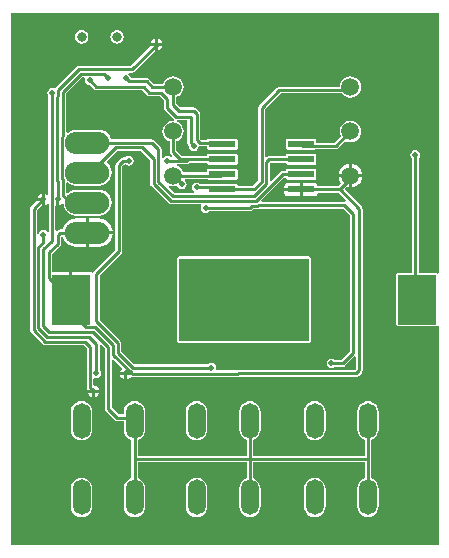
<source format=gbl>
G04 Layer_Physical_Order=2*
G04 Layer_Color=16711680*
%FSLAX44Y44*%
%MOMM*%
G71*
G01*
G75*
%ADD15C,0.2540*%
%ADD16C,0.8001*%
%ADD17O,1.5000X3.0000*%
%ADD18O,3.7592X1.8796*%
%ADD19C,0.5000*%
G04:AMPARAMS|DCode=20|XSize=1.5001mm|YSize=1.5001mm|CornerRadius=0.7501mm|HoleSize=0mm|Usage=FLASHONLY|Rotation=90.000|XOffset=0mm|YOffset=0mm|HoleType=Round|Shape=RoundedRectangle|*
%AMROUNDEDRECTD20*
21,1,1.5001,0.0000,0,0,90.0*
21,1,0.0000,1.5001,0,0,90.0*
1,1,1.5001,0.0000,0.0000*
1,1,1.5001,0.0000,0.0000*
1,1,1.5001,0.0000,0.0000*
1,1,1.5001,0.0000,0.0000*
%
%ADD20ROUNDEDRECTD20*%
%ADD21R,3.1999X4.1999*%
%ADD22R,11.0000X7.0000*%
%ADD23R,2.2860X0.5999*%
G04:AMPARAMS|DCode=24|XSize=1.5001mm|YSize=1.5001mm|CornerRadius=0.7501mm|HoleSize=0mm|Usage=FLASHONLY|Rotation=0.000|XOffset=0mm|YOffset=0mm|HoleType=Round|Shape=RoundedRectangle|*
%AMROUNDEDRECTD24*
21,1,1.5001,0.0000,0,0,0.0*
21,1,0.0000,1.5001,0,0,0.0*
1,1,1.5001,0.0000,0.0000*
1,1,1.5001,0.0000,0.0000*
1,1,1.5001,0.0000,0.0000*
1,1,1.5001,0.0000,0.0000*
%
%ADD24ROUNDEDRECTD24*%
G36*
X362500Y229763D02*
X361230Y229510D01*
X361166Y229666D01*
X359999Y230149D01*
X345349D01*
Y327064D01*
X345401Y327099D01*
X346291Y328430D01*
X346603Y330000D01*
X346291Y331570D01*
X345401Y332901D01*
X344070Y333791D01*
X342500Y334103D01*
X340930Y333791D01*
X339599Y332901D01*
X338709Y331570D01*
X338397Y330000D01*
X338709Y328430D01*
X339599Y327099D01*
X339651Y327064D01*
Y230149D01*
X328000D01*
X326834Y229666D01*
X326351Y228499D01*
Y186500D01*
X326834Y185334D01*
X328000Y184851D01*
X359999D01*
X361166Y185334D01*
X361230Y185490D01*
X362500Y185237D01*
Y0D01*
X0D01*
Y450000D01*
X362500D01*
Y229763D01*
D02*
G37*
%LPC*%
G36*
X74886Y128730D02*
X71270D01*
Y125114D01*
X71967Y125252D01*
X73634Y126366D01*
X74748Y128034D01*
X74886Y128730D01*
D02*
G37*
G36*
X68730D02*
X65114D01*
X65252Y128034D01*
X66366Y126366D01*
X68033Y125252D01*
X68730Y125114D01*
Y128730D01*
D02*
G37*
G36*
X96230Y143730D02*
X92614D01*
X92752Y143034D01*
X93866Y141366D01*
X95534Y140252D01*
X96230Y140114D01*
Y143730D01*
D02*
G37*
G36*
X26230Y297386D02*
X25533Y297248D01*
X23866Y296134D01*
X22752Y294466D01*
X22614Y293770D01*
X26230D01*
Y297386D01*
D02*
G37*
G36*
X244530Y299680D02*
X231780D01*
Y297950D01*
X231977Y296959D01*
X232538Y296119D01*
X233379Y295557D01*
X234370Y295360D01*
X244530D01*
Y299680D01*
D02*
G37*
G36*
X257501Y56603D02*
X255145Y56292D01*
X252950Y55383D01*
X251065Y53937D01*
X249618Y52052D01*
X248709Y49856D01*
X248399Y47501D01*
Y32501D01*
X248709Y30145D01*
X249618Y27950D01*
X251065Y26065D01*
X252950Y24618D01*
X255145Y23709D01*
X257501Y23399D01*
X259856Y23709D01*
X262052Y24618D01*
X263937Y26065D01*
X265383Y27950D01*
X266292Y30145D01*
X266602Y32501D01*
Y47501D01*
X266292Y49856D01*
X265383Y52052D01*
X263937Y53937D01*
X262052Y55383D01*
X259856Y56292D01*
X257501Y56603D01*
D02*
G37*
G36*
X157501D02*
X155145Y56292D01*
X152950Y55383D01*
X151065Y53937D01*
X149618Y52052D01*
X148709Y49856D01*
X148399Y47501D01*
Y32501D01*
X148709Y30145D01*
X149618Y27950D01*
X151065Y26065D01*
X152950Y24618D01*
X155145Y23709D01*
X157501Y23399D01*
X159856Y23709D01*
X162052Y24618D01*
X163937Y26065D01*
X165383Y27950D01*
X166292Y30145D01*
X166602Y32501D01*
Y47501D01*
X166292Y49856D01*
X165383Y52052D01*
X163937Y53937D01*
X162052Y55383D01*
X159856Y56292D01*
X157501Y56603D01*
D02*
G37*
G36*
X60001D02*
X57645Y56292D01*
X55450Y55383D01*
X53565Y53937D01*
X52118Y52052D01*
X51209Y49856D01*
X50899Y47501D01*
Y32501D01*
X51209Y30145D01*
X52118Y27950D01*
X53565Y26065D01*
X55450Y24618D01*
X57645Y23709D01*
X60001Y23399D01*
X62356Y23709D01*
X64552Y24618D01*
X66437Y26065D01*
X67883Y27950D01*
X68792Y30145D01*
X69103Y32501D01*
Y47501D01*
X68792Y49856D01*
X67883Y52052D01*
X66437Y53937D01*
X64552Y55383D01*
X62356Y56292D01*
X60001Y56603D01*
D02*
G37*
G36*
X257501Y121601D02*
X255145Y121291D01*
X252950Y120382D01*
X251065Y118935D01*
X249618Y117050D01*
X248709Y114855D01*
X248399Y112499D01*
Y97499D01*
X248709Y95144D01*
X249618Y92948D01*
X251065Y91063D01*
X252950Y89617D01*
X255145Y88708D01*
X257501Y88398D01*
X259856Y88708D01*
X262052Y89617D01*
X263937Y91063D01*
X265383Y92948D01*
X266292Y95144D01*
X266602Y97499D01*
Y112499D01*
X266292Y114855D01*
X265383Y117050D01*
X263937Y118935D01*
X262052Y120382D01*
X259856Y121291D01*
X257501Y121601D01*
D02*
G37*
G36*
X157501D02*
X155145Y121291D01*
X152950Y120382D01*
X151065Y118935D01*
X149618Y117050D01*
X148709Y114855D01*
X148399Y112499D01*
Y97499D01*
X148709Y95144D01*
X149618Y92948D01*
X151065Y91063D01*
X152950Y89617D01*
X155145Y88708D01*
X157501Y88398D01*
X159856Y88708D01*
X162052Y89617D01*
X163937Y91063D01*
X165383Y92948D01*
X166292Y95144D01*
X166602Y97499D01*
Y112499D01*
X166292Y114855D01*
X165383Y117050D01*
X163937Y118935D01*
X162052Y120382D01*
X159856Y121291D01*
X157501Y121601D01*
D02*
G37*
G36*
X60001D02*
X57645Y121291D01*
X55450Y120382D01*
X53565Y118935D01*
X52118Y117050D01*
X51209Y114855D01*
X50899Y112499D01*
Y97499D01*
X51209Y95144D01*
X52118Y92948D01*
X53565Y91063D01*
X55450Y89617D01*
X57645Y88708D01*
X60001Y88398D01*
X62356Y88708D01*
X64552Y89617D01*
X66437Y91063D01*
X67883Y92948D01*
X68792Y95144D01*
X69103Y97499D01*
Y112499D01*
X68792Y114855D01*
X67883Y117050D01*
X66437Y118935D01*
X64552Y120382D01*
X62356Y121291D01*
X60001Y121601D01*
D02*
G37*
G36*
X244530Y306539D02*
X234370D01*
X233379Y306342D01*
X232538Y305781D01*
X231977Y304940D01*
X231780Y303950D01*
Y302220D01*
X244530D01*
Y306539D01*
D02*
G37*
G36*
X128386Y422230D02*
X124770D01*
Y418614D01*
X125466Y418752D01*
X127134Y419866D01*
X128248Y421534D01*
X128386Y422230D01*
D02*
G37*
G36*
X122230D02*
X118201D01*
X101320Y405349D01*
X71087D01*
X70647Y405436D01*
X70647Y405436D01*
X57588D01*
X57588Y405436D01*
X56497Y405219D01*
X55573Y404602D01*
X55573Y404602D01*
X37986Y387014D01*
X37920Y386916D01*
X36570Y386291D01*
X35000Y386603D01*
X33430Y386291D01*
X32099Y385401D01*
X31209Y384070D01*
X30897Y382500D01*
X31209Y380930D01*
X31857Y379961D01*
Y297163D01*
X30587Y296499D01*
X29467Y297248D01*
X28770Y297386D01*
Y292500D01*
Y287614D01*
X29467Y287752D01*
X30881Y288698D01*
X31784Y288399D01*
X32151Y288135D01*
Y265068D01*
X30881Y264683D01*
X30401Y265401D01*
X29070Y266290D01*
X27500Y266603D01*
X25930Y266290D01*
X24599Y265401D01*
X23709Y264070D01*
X23491Y262970D01*
X22221Y263095D01*
Y283192D01*
X26230Y287201D01*
Y291230D01*
X22201D01*
X17358Y286386D01*
X16740Y285462D01*
X16523Y284372D01*
X16523Y284372D01*
Y181633D01*
X16523Y181633D01*
X16740Y180543D01*
X17358Y179619D01*
X27119Y169858D01*
X27119Y169858D01*
X28043Y169240D01*
X29133Y169023D01*
X29133Y169023D01*
X61948D01*
X64651Y166320D01*
Y148398D01*
X64574Y148283D01*
X64357Y147193D01*
X64357Y147193D01*
Y132794D01*
X64357Y132794D01*
X64574Y131704D01*
X64864Y131270D01*
X74886D01*
X74748Y131966D01*
X73634Y133634D01*
X71967Y134748D01*
X70055Y135128D01*
Y140383D01*
X71325Y141131D01*
X72500Y140897D01*
X74070Y141209D01*
X75401Y142099D01*
X76290Y143430D01*
X76603Y145000D01*
X76290Y146570D01*
X75401Y147901D01*
X75349Y147936D01*
Y168827D01*
X76619Y169352D01*
X79651Y166320D01*
Y115000D01*
X79651Y115000D01*
X79868Y113910D01*
X80486Y112986D01*
X87986Y105486D01*
X87986Y105486D01*
X88910Y104868D01*
X90000Y104651D01*
X90000Y104651D01*
X95897D01*
Y97499D01*
X96208Y95144D01*
X97117Y92948D01*
X98563Y91063D01*
X100448Y89617D01*
X102151Y88912D01*
Y72500D01*
Y56088D01*
X100448Y55383D01*
X98563Y53937D01*
X97117Y52052D01*
X96208Y49856D01*
X95897Y47501D01*
Y32501D01*
X96208Y30145D01*
X97117Y27950D01*
X98563Y26065D01*
X100448Y24618D01*
X102644Y23709D01*
X104999Y23399D01*
X107355Y23709D01*
X109550Y24618D01*
X111435Y26065D01*
X112882Y27950D01*
X113791Y30145D01*
X114101Y32501D01*
Y47501D01*
X113791Y49856D01*
X112882Y52052D01*
X111435Y53937D01*
X109550Y55383D01*
X107848Y56088D01*
Y69651D01*
X199651D01*
Y56088D01*
X197948Y55383D01*
X196063Y53937D01*
X194617Y52052D01*
X193708Y49856D01*
X193398Y47501D01*
Y32501D01*
X193708Y30145D01*
X194617Y27950D01*
X196063Y26065D01*
X197948Y24618D01*
X200144Y23709D01*
X202499Y23399D01*
X204855Y23709D01*
X207050Y24618D01*
X208935Y26065D01*
X210382Y27950D01*
X211291Y30145D01*
X211601Y32501D01*
Y47501D01*
X211291Y49856D01*
X210382Y52052D01*
X208935Y53937D01*
X207050Y55383D01*
X205348Y56088D01*
Y69651D01*
X299651D01*
Y56088D01*
X297948Y55383D01*
X296063Y53937D01*
X294617Y52052D01*
X293708Y49856D01*
X293398Y47501D01*
Y32501D01*
X293708Y30145D01*
X294617Y27950D01*
X296063Y26065D01*
X297948Y24618D01*
X300144Y23709D01*
X302499Y23399D01*
X304855Y23709D01*
X307050Y24618D01*
X308935Y26065D01*
X310382Y27950D01*
X311291Y30145D01*
X311601Y32501D01*
Y47501D01*
X311291Y49856D01*
X310382Y52052D01*
X308935Y53937D01*
X307050Y55383D01*
X305348Y56088D01*
Y72500D01*
Y88912D01*
X307050Y89617D01*
X308935Y91063D01*
X310382Y92948D01*
X311291Y95144D01*
X311601Y97499D01*
Y112499D01*
X311291Y114855D01*
X310382Y117050D01*
X308935Y118935D01*
X307050Y120382D01*
X304855Y121291D01*
X302499Y121601D01*
X300144Y121291D01*
X297948Y120382D01*
X296063Y118935D01*
X294617Y117050D01*
X293708Y114855D01*
X293398Y112499D01*
Y97499D01*
X293708Y95144D01*
X294617Y92948D01*
X296063Y91063D01*
X297948Y89617D01*
X299651Y88912D01*
Y75349D01*
X205348D01*
Y88912D01*
X207050Y89617D01*
X208935Y91063D01*
X210382Y92948D01*
X211291Y95144D01*
X211601Y97499D01*
Y112499D01*
X211291Y114855D01*
X210382Y117050D01*
X208935Y118935D01*
X207050Y120382D01*
X204855Y121291D01*
X202499Y121601D01*
X200144Y121291D01*
X197948Y120382D01*
X196063Y118935D01*
X194617Y117050D01*
X193708Y114855D01*
X193398Y112499D01*
Y97499D01*
X193708Y95144D01*
X194617Y92948D01*
X196063Y91063D01*
X197948Y89617D01*
X199651Y88912D01*
Y75349D01*
X107848D01*
Y88912D01*
X109550Y89617D01*
X111435Y91063D01*
X112882Y92948D01*
X113791Y95144D01*
X114101Y97499D01*
Y112499D01*
X113791Y114855D01*
X112882Y117050D01*
X111435Y118935D01*
X109550Y120382D01*
X107355Y121291D01*
X104999Y121601D01*
X102644Y121291D01*
X100448Y120382D01*
X98563Y118935D01*
X97117Y117050D01*
X96208Y114855D01*
X95897Y112499D01*
Y110349D01*
X91180D01*
X85349Y116180D01*
Y156463D01*
X86522Y156949D01*
X93954Y149518D01*
X93866Y148634D01*
X92752Y146966D01*
X92614Y146270D01*
X97500D01*
Y145000D01*
X98770D01*
Y140114D01*
X99466Y140252D01*
X101134Y141366D01*
X101637Y142119D01*
X101704Y142074D01*
X102794Y141857D01*
X102794Y141857D01*
X192206D01*
X192206Y141857D01*
X193296Y142074D01*
X193412Y142151D01*
X292500D01*
X292500Y142151D01*
X293590Y142368D01*
X294514Y142986D01*
X297014Y145486D01*
X297014Y145486D01*
X297632Y146410D01*
X297849Y147500D01*
Y284400D01*
X297632Y285490D01*
X297014Y286414D01*
X297014Y286414D01*
X282479Y300950D01*
X284432Y302903D01*
X284879Y302718D01*
X286230Y302540D01*
Y311230D01*
X277540D01*
X277718Y309879D01*
X278729Y307436D01*
X279675Y306204D01*
X277270Y303799D01*
X259819D01*
Y303950D01*
X259622Y304940D01*
X259061Y305781D01*
X258221Y306342D01*
X257230Y306539D01*
X247070D01*
Y300950D01*
Y295360D01*
X257230D01*
X258221Y295557D01*
X259061Y296119D01*
X259622Y296959D01*
X259819Y297950D01*
Y298101D01*
X277270D01*
X283605Y291766D01*
X283575Y291430D01*
X282500Y290349D01*
X282500Y290349D01*
X212532D01*
X212045Y291522D01*
X231325Y310801D01*
X232720D01*
Y310650D01*
X233203Y309484D01*
X234370Y309000D01*
X257230D01*
X258396Y309484D01*
X258879Y310650D01*
Y316649D01*
X258396Y317816D01*
X257230Y318299D01*
X234370D01*
X233203Y317816D01*
X232720Y316649D01*
Y316499D01*
X230145D01*
X230145Y316499D01*
X229054Y316282D01*
X228130Y315664D01*
X228130Y315664D01*
X220586Y308120D01*
X219413Y308606D01*
Y322884D01*
X220030Y323501D01*
X232720D01*
Y323350D01*
X233203Y322184D01*
X234370Y321700D01*
X257230D01*
X258396Y322184D01*
X258879Y323350D01*
Y329350D01*
X258396Y330516D01*
X257230Y330999D01*
X234370D01*
X233203Y330516D01*
X232720Y329350D01*
Y329198D01*
X218850D01*
X218850Y329198D01*
X217760Y328982D01*
X216835Y328364D01*
X216835Y328364D01*
X216522Y328051D01*
X215349Y328537D01*
Y368820D01*
X228680Y382151D01*
X280229D01*
X281064Y381064D01*
X282949Y379617D01*
X285144Y378708D01*
X287500Y378397D01*
X289856Y378708D01*
X292051Y379617D01*
X293936Y381064D01*
X295383Y382949D01*
X296292Y385144D01*
X296602Y387500D01*
X296292Y389856D01*
X295383Y392051D01*
X293936Y393936D01*
X292051Y395383D01*
X289856Y396292D01*
X287500Y396603D01*
X285144Y396292D01*
X282949Y395383D01*
X281064Y393936D01*
X279617Y392051D01*
X278708Y389856D01*
X278443Y387849D01*
X227500D01*
X227500Y387849D01*
X226410Y387632D01*
X225486Y387014D01*
X225486Y387014D01*
X210486Y372014D01*
X209868Y371090D01*
X209651Y370000D01*
X209651Y370000D01*
Y308680D01*
X204770Y303799D01*
X192280D01*
Y303950D01*
X191797Y305116D01*
X190631Y305599D01*
X167771D01*
X167167Y305349D01*
X160436D01*
X160401Y305401D01*
X159070Y306290D01*
X157500Y306603D01*
X155930Y306290D01*
X154599Y305401D01*
X153709Y304070D01*
X153397Y302500D01*
X153709Y300930D01*
X154599Y299599D01*
X155317Y299119D01*
X154932Y297849D01*
X138680D01*
X133525Y303004D01*
X134244Y304080D01*
X135144Y303708D01*
X137500Y303398D01*
X139856Y303708D01*
X140326Y303902D01*
X141209Y303430D01*
X142099Y302099D01*
X143430Y301210D01*
X145000Y300897D01*
X146570Y301210D01*
X147901Y302099D01*
X148791Y303430D01*
X149103Y305000D01*
X148791Y306570D01*
X147901Y307901D01*
X147183Y308381D01*
X147568Y309651D01*
X166535D01*
X166604Y309484D01*
X167771Y309000D01*
X190631D01*
X191797Y309484D01*
X192280Y310650D01*
Y316649D01*
X191797Y317816D01*
X190631Y318299D01*
X167771D01*
X166604Y317816D01*
X166121Y316649D01*
Y315349D01*
X146088D01*
X145383Y317051D01*
X143936Y318936D01*
X142051Y320383D01*
X140848Y320881D01*
X141101Y322151D01*
X148650D01*
X148650Y322151D01*
X149740Y322368D01*
X150665Y322986D01*
X151180Y323501D01*
X166121D01*
Y323350D01*
X166604Y322184D01*
X167771Y321700D01*
X190631D01*
X191797Y322184D01*
X192280Y323350D01*
Y329350D01*
X191797Y330516D01*
X190631Y330999D01*
X167771D01*
X166604Y330516D01*
X166121Y329350D01*
Y329198D01*
X150000D01*
X150000Y329198D01*
X150000Y329198D01*
X144830D01*
X140349Y333680D01*
Y341412D01*
X142051Y342117D01*
X143936Y343564D01*
X145383Y345449D01*
X146292Y347644D01*
X146602Y350000D01*
X146292Y352356D01*
X145383Y354551D01*
X143936Y356436D01*
X142051Y357883D01*
X140848Y358381D01*
X141101Y359651D01*
X149651D01*
Y340000D01*
X149651Y340000D01*
X149868Y338910D01*
X150486Y337986D01*
X150910Y337562D01*
X150897Y337500D01*
X151209Y335930D01*
X152099Y334599D01*
X153430Y333709D01*
X155000Y333397D01*
X156570Y333709D01*
X157901Y334599D01*
X158791Y335930D01*
X159070Y337336D01*
X160000Y337151D01*
X166121D01*
Y336050D01*
X166604Y334884D01*
X167771Y334400D01*
X190631D01*
X191797Y334884D01*
X192280Y336050D01*
Y342049D01*
X191797Y343216D01*
X190631Y343699D01*
X167771D01*
X166604Y343216D01*
X166452Y342849D01*
X161180D01*
X160349Y343680D01*
Y365000D01*
X160349Y365000D01*
X160132Y366090D01*
X159514Y367014D01*
X157014Y369514D01*
X156090Y370132D01*
X155000Y370349D01*
X155000Y370349D01*
X143680D01*
X140349Y373680D01*
Y378912D01*
X142051Y379617D01*
X143936Y381064D01*
X145383Y382949D01*
X146292Y385144D01*
X146602Y387500D01*
X146292Y389856D01*
X145383Y392051D01*
X143936Y393936D01*
X142051Y395383D01*
X139856Y396292D01*
X137500Y396603D01*
X135144Y396292D01*
X132949Y395383D01*
X131064Y393936D01*
X129617Y392051D01*
X128912Y390349D01*
X121180D01*
X117014Y394514D01*
X116090Y395132D01*
X115000Y395349D01*
X115000Y395349D01*
X101533D01*
X101291Y396570D01*
X100401Y397901D01*
X99683Y398381D01*
X100068Y399651D01*
X102500D01*
X102500Y399651D01*
X103590Y399868D01*
X104514Y400486D01*
X122230Y418201D01*
Y422230D01*
D02*
G37*
G36*
X287500Y359103D02*
X285144Y358792D01*
X282949Y357883D01*
X281064Y356436D01*
X279617Y354551D01*
X278708Y352356D01*
X278398Y350000D01*
X278708Y347644D01*
X279413Y345942D01*
X273820Y340349D01*
X258879D01*
Y342049D01*
X258396Y343216D01*
X257230Y343699D01*
X234370D01*
X233203Y343216D01*
X232720Y342049D01*
Y336050D01*
X233203Y334884D01*
X234370Y334400D01*
X257230D01*
X257835Y334651D01*
X275000D01*
X275000Y334651D01*
X276090Y334868D01*
X277014Y335486D01*
X283442Y341913D01*
X285144Y341208D01*
X287500Y340897D01*
X289856Y341208D01*
X292051Y342117D01*
X293936Y343564D01*
X295383Y345449D01*
X296292Y347644D01*
X296602Y350000D01*
X296292Y352356D01*
X295383Y354551D01*
X293936Y356436D01*
X292051Y357883D01*
X289856Y358792D01*
X287500Y359103D01*
D02*
G37*
G36*
X122230Y428386D02*
X121533Y428248D01*
X119866Y427134D01*
X118752Y425466D01*
X118614Y424770D01*
X122230D01*
Y428386D01*
D02*
G37*
G36*
X90001Y435728D02*
X89845Y435664D01*
X89679Y435697D01*
X88118Y435386D01*
X87846Y435204D01*
X87524Y435140D01*
X86201Y434256D01*
X86018Y433983D01*
X85745Y433801D01*
X84861Y432477D01*
X84797Y432155D01*
X84615Y431883D01*
X84305Y430322D01*
X84368Y430000D01*
X84305Y429678D01*
X84615Y428117D01*
X84797Y427845D01*
X84861Y427523D01*
X85745Y426199D01*
X86018Y426017D01*
X86201Y425744D01*
X87524Y424860D01*
X87846Y424796D01*
X88118Y424614D01*
X89679Y424303D01*
X89845Y424336D01*
X90001Y424272D01*
X90157Y424336D01*
X90323Y424303D01*
X91884Y424614D01*
X92157Y424796D01*
X92479Y424860D01*
X93802Y425744D01*
X93984Y426017D01*
X94257Y426199D01*
X95141Y427523D01*
X95205Y427845D01*
X95387Y428117D01*
X95698Y429678D01*
X95634Y430000D01*
X95698Y430322D01*
X95387Y431883D01*
X95205Y432155D01*
X95141Y432477D01*
X94257Y433801D01*
X93984Y433983D01*
X93802Y434256D01*
X92479Y435140D01*
X92157Y435204D01*
X91884Y435386D01*
X90323Y435697D01*
X90157Y435664D01*
X90001Y435728D01*
D02*
G37*
G36*
X59999D02*
X59843Y435664D01*
X59677Y435697D01*
X58116Y435386D01*
X57843Y435204D01*
X57521Y435140D01*
X56198Y434256D01*
X56016Y433983D01*
X55743Y433801D01*
X54859Y432477D01*
X54795Y432155D01*
X54612Y431883D01*
X54302Y430322D01*
X54366Y430000D01*
X54302Y429678D01*
X54612Y428117D01*
X54795Y427845D01*
X54859Y427523D01*
X55743Y426199D01*
X56016Y426017D01*
X56198Y425744D01*
X57521Y424860D01*
X57843Y424796D01*
X58116Y424614D01*
X59677Y424303D01*
X59843Y424336D01*
X59999Y424272D01*
X60155Y424336D01*
X60321Y424303D01*
X61881Y424614D01*
X62154Y424796D01*
X62476Y424860D01*
X63799Y425744D01*
X63982Y426017D01*
X64254Y426199D01*
X65139Y427523D01*
X65203Y427845D01*
X65385Y428117D01*
X65696Y429678D01*
X65631Y430000D01*
X65696Y430322D01*
X65385Y431883D01*
X65203Y432155D01*
X65139Y432477D01*
X64254Y433801D01*
X63982Y433983D01*
X63799Y434256D01*
X62476Y435140D01*
X62154Y435204D01*
X61881Y435386D01*
X60321Y435697D01*
X60155Y435664D01*
X59999Y435728D01*
D02*
G37*
G36*
X124770Y428386D02*
Y424770D01*
X128386D01*
X128248Y425466D01*
X127134Y427134D01*
X125466Y428248D01*
X124770Y428386D01*
D02*
G37*
G36*
X288770Y322460D02*
Y313770D01*
X297460D01*
X297282Y315121D01*
X296271Y317564D01*
X294661Y319661D01*
X292564Y321270D01*
X290121Y322282D01*
X288770Y322460D01*
D02*
G37*
G36*
X286230D02*
X284879Y322282D01*
X282436Y321270D01*
X280339Y319661D01*
X278729Y317564D01*
X277718Y315121D01*
X277540Y313770D01*
X286230D01*
Y322460D01*
D02*
G37*
G36*
X297460Y311230D02*
X288770D01*
Y302540D01*
X290121Y302718D01*
X292564Y303729D01*
X294661Y305339D01*
X296271Y307436D01*
X297282Y309879D01*
X297460Y311230D01*
D02*
G37*
%LPD*%
G36*
X62901Y394405D02*
X62668Y393230D01*
X62980Y391660D01*
X63869Y390328D01*
X65200Y389439D01*
X66770Y389127D01*
X66832Y389139D01*
X70486Y385486D01*
X70486Y385486D01*
X71410Y384868D01*
X72500Y384651D01*
X72500Y384651D01*
X111320D01*
X115486Y380486D01*
X115486Y380486D01*
X116410Y379868D01*
X117500Y379651D01*
X126320D01*
X129651Y376320D01*
Y370000D01*
X129651Y370000D01*
X129868Y368910D01*
X130486Y367986D01*
X137986Y360486D01*
X137986Y360486D01*
X138295Y360279D01*
X137836Y359058D01*
X137500Y359103D01*
X135144Y358792D01*
X132949Y357883D01*
X131064Y356436D01*
X129617Y354551D01*
X128708Y352356D01*
X128398Y350000D01*
X128708Y347644D01*
X129617Y345449D01*
X131064Y343564D01*
X132949Y342117D01*
X134651Y341412D01*
Y332500D01*
X134651Y332500D01*
X134868Y331410D01*
X135486Y330486D01*
X136552Y329420D01*
X136080Y328112D01*
X135290Y327976D01*
X134070Y328791D01*
X132500Y329103D01*
X130930Y328791D01*
X129599Y327901D01*
X129119Y327183D01*
X127849Y327568D01*
Y335000D01*
X127632Y336090D01*
X127014Y337014D01*
X127014Y337014D01*
X121614Y342414D01*
X120690Y343032D01*
X119600Y343249D01*
X119600Y343249D01*
X85039D01*
X85039Y343251D01*
X83938Y345908D01*
X82188Y348190D01*
X79906Y349940D01*
X77249Y351041D01*
X74398Y351416D01*
X55602D01*
X52751Y351041D01*
X50094Y349940D01*
X48477Y348699D01*
X47207Y349326D01*
Y382431D01*
X60451Y395675D01*
X62154D01*
X62901Y394405D01*
D02*
G37*
G36*
X118087Y325384D02*
Y305817D01*
X118087Y305817D01*
X118304Y304727D01*
X118922Y303802D01*
X133802Y288922D01*
X133802Y288922D01*
X134726Y288304D01*
X135817Y288087D01*
X135817Y288087D01*
X160696D01*
X161375Y286817D01*
X161209Y286569D01*
X160897Y284999D01*
X161209Y283429D01*
X162099Y282098D01*
X163430Y281209D01*
X165000Y280897D01*
X166570Y281209D01*
X167901Y282098D01*
X167936Y282151D01*
X202499D01*
X202499Y282151D01*
X203590Y282367D01*
X204514Y282985D01*
X205552Y284023D01*
X209114D01*
X209114Y284023D01*
X210204Y284240D01*
X210820Y284651D01*
X281320D01*
X287151Y278820D01*
Y163680D01*
X279819Y156348D01*
X274437D01*
X274402Y156400D01*
X273071Y157289D01*
X271501Y157602D01*
X269931Y157289D01*
X268600Y156400D01*
X267711Y155069D01*
X267398Y153499D01*
X267711Y151929D01*
X268600Y150598D01*
X269931Y149708D01*
X271501Y149396D01*
X273071Y149708D01*
X274402Y150598D01*
X274437Y150650D01*
X280999D01*
X280999Y150650D01*
X282089Y150867D01*
X283013Y151484D01*
X290881Y159353D01*
X292151Y158827D01*
Y148680D01*
X291320Y147849D01*
X192500D01*
X192500Y147849D01*
X191410Y147632D01*
X191294Y147555D01*
X174617D01*
X173869Y148825D01*
X174103Y150000D01*
X173790Y151570D01*
X172901Y152901D01*
X171570Y153791D01*
X170000Y154103D01*
X168430Y153791D01*
X167099Y152901D01*
X167064Y152849D01*
X104427D01*
X93477Y163799D01*
Y170867D01*
X93260Y171957D01*
X92642Y172881D01*
X92642Y172881D01*
X75349Y190175D01*
Y228073D01*
X93578Y246302D01*
X93578Y246302D01*
X94196Y247227D01*
X94413Y248317D01*
Y320384D01*
X95919Y321891D01*
X97099Y322099D01*
X98430Y321209D01*
X100000Y320897D01*
X101570Y321209D01*
X102901Y322099D01*
X103791Y323430D01*
X104103Y325000D01*
X103791Y326570D01*
X102901Y327901D01*
X101570Y328791D01*
X100000Y329103D01*
X98430Y328791D01*
X97099Y327901D01*
X97064Y327849D01*
X95000D01*
X95000Y327849D01*
X93910Y327632D01*
X92986Y327014D01*
X92986Y327014D01*
X89550Y323578D01*
X88932Y322654D01*
X88715Y321564D01*
X88715Y321564D01*
Y249497D01*
X70486Y231267D01*
X70109Y230704D01*
X69590Y230552D01*
X68881Y230453D01*
X68601Y230484D01*
X67991Y230892D01*
X67000Y231089D01*
X52270D01*
Y207500D01*
X49730D01*
Y231089D01*
X35349D01*
Y246320D01*
X42014Y252986D01*
X42014Y252986D01*
X42632Y253910D01*
X42849Y255000D01*
X42849Y255000D01*
Y260475D01*
X44119Y260728D01*
X45174Y258179D01*
X47088Y255686D01*
X49581Y253772D01*
X52485Y252569D01*
X55602Y252159D01*
X63730D01*
Y264200D01*
Y276241D01*
X55602D01*
X52485Y275831D01*
X49581Y274628D01*
X47088Y272714D01*
X45174Y270221D01*
X43971Y267316D01*
X43936Y267049D01*
X41700D01*
X41700Y267049D01*
X40610Y266832D01*
X39686Y266214D01*
X39686Y266214D01*
X39119Y265648D01*
X37849Y266174D01*
Y286494D01*
X38730Y287217D01*
Y292499D01*
X41270D01*
Y287613D01*
X41966Y287752D01*
X43420Y288723D01*
X44285Y288520D01*
X44761Y288267D01*
X44961Y286749D01*
X46062Y284092D01*
X47812Y281810D01*
X50094Y280060D01*
X52751Y278959D01*
X55602Y278584D01*
X74398D01*
X77249Y278959D01*
X79906Y280060D01*
X82188Y281810D01*
X83938Y284092D01*
X85039Y286749D01*
X85414Y289600D01*
X85039Y292451D01*
X83938Y295108D01*
X82188Y297390D01*
X79906Y299140D01*
X77249Y300241D01*
X74398Y300616D01*
X55602D01*
X52751Y300241D01*
X50094Y299140D01*
X48183Y297674D01*
X47001Y298143D01*
X46913Y298225D01*
Y306422D01*
X48183Y306926D01*
X50094Y305460D01*
X52751Y304359D01*
X55602Y303984D01*
X74398D01*
X77249Y304359D01*
X79906Y305460D01*
X82188Y307210D01*
X83938Y309492D01*
X85039Y312149D01*
X85414Y315000D01*
X85039Y317851D01*
X83938Y320508D01*
X82188Y322790D01*
X81328Y323449D01*
X81245Y324716D01*
X90016Y333487D01*
X109984D01*
X118087Y325384D01*
D02*
G37*
%LPC*%
G36*
X74398Y276241D02*
X66270D01*
Y265470D01*
X86272D01*
X86029Y267316D01*
X84826Y270221D01*
X82912Y272714D01*
X80419Y274628D01*
X77514Y275831D01*
X74398Y276241D01*
D02*
G37*
G36*
X252500Y244149D02*
X142500D01*
X141334Y243666D01*
X140850Y242500D01*
Y172500D01*
X141334Y171334D01*
X142500Y170851D01*
X252500D01*
X253666Y171334D01*
X254149Y172500D01*
Y242500D01*
X253666Y243666D01*
X252500Y244149D01*
D02*
G37*
G36*
X86272Y262930D02*
X66270D01*
Y252159D01*
X74398D01*
X77514Y252569D01*
X80419Y253772D01*
X82912Y255686D01*
X84826Y258179D01*
X86029Y261084D01*
X86272Y262930D01*
D02*
G37*
%LPD*%
D15*
X86564Y160936D02*
X102500Y145000D01*
X41700Y264200D02*
X65000D01*
X40000Y262500D02*
X41700Y264200D01*
X40000Y255000D02*
Y262500D01*
X32500Y247500D02*
X40000Y255000D01*
X32500Y226000D02*
Y247500D01*
Y226000D02*
X51000Y207500D01*
X27500Y250000D02*
X35000Y257500D01*
X40000Y384987D02*
Y385000D01*
Y384987D02*
X40294Y384693D01*
Y380307D02*
Y384693D01*
X245800Y339050D02*
X247349Y337500D01*
X275000D01*
X287500Y350000D01*
X177651Y302500D02*
X179201Y300950D01*
X157500Y302500D02*
X177651D01*
X165000Y284999D02*
X202499D01*
X204372Y286872D01*
X137500Y295000D02*
X205747D01*
X135817Y290936D02*
X207431D01*
X204372Y286872D02*
X209114D01*
X209742Y287500D01*
X282500D01*
X290000Y280000D01*
Y162500D02*
Y280000D01*
X280999Y153499D02*
X290000Y162500D01*
X271501Y153499D02*
X280999D01*
X150000Y326350D02*
X179201D01*
X143650D02*
X150000D01*
X148650Y325000D02*
X150000Y326350D01*
X132500Y325000D02*
X148650D01*
X95000D02*
X100000D01*
X91564Y321564D02*
X95000Y325000D01*
X91564Y248317D02*
Y321564D01*
X72500Y229253D02*
X91564Y248317D01*
X72500Y188995D02*
Y229253D01*
Y188995D02*
X90628Y170867D01*
Y162619D02*
Y170867D01*
Y162619D02*
X103247Y150000D01*
X170000D01*
X70000Y180000D02*
X82500Y167500D01*
Y115000D02*
Y167500D01*
X102794Y144706D02*
X192206D01*
X192500Y145000D01*
X102500D02*
X102794Y144706D01*
X72500Y145000D02*
Y170000D01*
X66564Y175936D02*
X72500Y170000D01*
X30817Y175936D02*
X66564D01*
X23436Y183317D02*
X30817Y175936D01*
X23436Y183317D02*
Y251683D01*
X27500Y255747D01*
Y262500D01*
X137500Y312500D02*
X145000Y305000D01*
X125000Y307500D02*
X137500Y295000D01*
X205747D02*
X216564Y305817D01*
X120936D02*
X135817Y290936D01*
X207431D02*
X230145Y313650D01*
X102500Y402500D02*
X123500Y423500D01*
X72500Y387500D02*
X112500D01*
X66770Y393230D02*
X72500Y387500D01*
X230145Y313650D02*
X245800D01*
X120936Y305817D02*
Y326564D01*
X111164Y336336D02*
X120936Y326564D01*
X88836Y336336D02*
X111164D01*
X67500Y315000D02*
X88836Y336336D01*
X65000Y315000D02*
X67500D01*
X65000Y340400D02*
X119600D01*
X125000Y335000D01*
Y307500D02*
Y335000D01*
X216564Y305817D02*
Y324064D01*
X218850Y326350D01*
X245800D01*
X285000Y385000D02*
X287500Y387500D01*
X227500Y385000D02*
X285000D01*
X212500Y370000D02*
X227500Y385000D01*
X212500Y307500D02*
Y370000D01*
X205950Y300950D02*
X212500Y307500D01*
X179201Y300950D02*
X205950D01*
X342500Y209000D02*
X344000Y207500D01*
X342500Y209000D02*
Y330000D01*
X152500Y340000D02*
X155000Y337500D01*
X160000Y340000D02*
X178251D01*
X157500Y342500D02*
X160000Y340000D01*
X157500Y342500D02*
Y365000D01*
X155000Y367500D02*
X157500Y365000D01*
X152500Y340000D02*
Y362500D01*
X140000D02*
X152500D01*
X132500Y370000D02*
X140000Y362500D01*
X132500Y370000D02*
Y377500D01*
X127500Y382500D02*
X132500Y377500D01*
X117500Y382500D02*
X127500D01*
X112500Y387500D02*
X117500Y382500D01*
X302499Y72500D02*
Y104999D01*
Y40001D02*
Y72500D01*
X202499D02*
X302499D01*
X202499D02*
Y104999D01*
Y40001D02*
Y72500D01*
X104999D02*
Y104999D01*
Y40001D02*
Y72500D01*
X202499D01*
X97500Y145000D02*
X102500D01*
X51000Y196500D02*
X63436Y184064D01*
X71683D01*
X86564Y169183D01*
Y160936D02*
Y169183D01*
X65000Y289600D02*
X67100Y287500D01*
X27500Y185000D02*
Y250000D01*
Y185000D02*
X32500Y180000D01*
X70000D01*
X82500Y115000D02*
X90000Y107500D01*
X102499D01*
X104999Y104999D01*
X192500Y145000D02*
X292500D01*
X295000Y147500D02*
Y284400D01*
X278450Y300950D02*
X295000Y284400D01*
X245800Y300950D02*
X278450D01*
X287500Y310000D02*
Y312500D01*
X278450Y300950D02*
X287500Y310000D01*
X178051Y312500D02*
X179201Y313650D01*
X137500Y312500D02*
X178051D01*
X137500Y332500D02*
Y350000D01*
Y332500D02*
X143650Y326350D01*
X97500Y395000D02*
X100000Y392500D01*
X115000D01*
X120000Y387500D01*
X137500D01*
Y372500D02*
Y387500D01*
Y372500D02*
X142500Y367500D01*
X155000D01*
X178251Y340000D02*
X179201Y339050D01*
X51000Y196500D02*
Y207500D01*
X67206Y132794D02*
X70000Y130000D01*
X67206Y132794D02*
Y147193D01*
X67500Y147487D01*
Y167500D01*
X63128Y171872D02*
X67500Y167500D01*
X29133Y171872D02*
X63128D01*
X19372Y181633D02*
X29133Y171872D01*
X19372Y181633D02*
Y284372D01*
X27500Y292500D01*
X35000Y257500D02*
Y290012D01*
X34706Y290307D02*
X35000Y290012D01*
X34706Y382206D02*
X35000Y382500D01*
X34706Y290307D02*
Y382206D01*
X40000Y292499D02*
X40000Y292500D01*
X50400Y289600D02*
X65000D01*
X44064Y295936D02*
X50400Y289600D01*
X39346Y308267D02*
X40000Y307613D01*
Y292500D02*
Y307613D01*
X39346Y308267D02*
Y379359D01*
X40294Y380307D01*
X44064Y295936D02*
Y309296D01*
X43410Y309950D02*
X44064Y309296D01*
X43410Y309950D02*
Y345450D01*
X44358Y346398D01*
Y383611D01*
X70647Y402588D02*
X70734Y402500D01*
X57588Y402588D02*
X70647D01*
X40000Y385000D02*
X57588Y402588D01*
X44358Y383611D02*
X59271Y398524D01*
X68963D01*
X69051Y398436D01*
X70734Y402500D02*
X102500D01*
X69051Y398436D02*
X79064D01*
X82500Y395000D01*
X292500Y145000D02*
X295000Y147500D01*
D16*
X59999Y430000D02*
D03*
X90001D02*
D03*
D17*
X202499Y104999D02*
D03*
Y40001D02*
D03*
X157501Y104999D02*
D03*
Y40001D02*
D03*
X60001D02*
D03*
Y104999D02*
D03*
X104999Y40001D02*
D03*
Y104999D02*
D03*
X302499D02*
D03*
Y40001D02*
D03*
X257501Y104999D02*
D03*
Y40001D02*
D03*
D18*
X65000Y340400D02*
D03*
Y315000D02*
D03*
Y289600D02*
D03*
Y264200D02*
D03*
D19*
X35000Y382500D02*
D03*
X157500Y302500D02*
D03*
X165000Y284999D02*
D03*
X271501Y153499D02*
D03*
X132500Y325000D02*
D03*
X100000D02*
D03*
X170000Y150000D02*
D03*
X72500Y145000D02*
D03*
X27500Y262500D02*
D03*
X145000Y305000D02*
D03*
X123500Y423500D02*
D03*
X342500Y330000D02*
D03*
X155000Y337500D02*
D03*
X66770Y393230D02*
D03*
X97500Y145000D02*
D03*
Y395000D02*
D03*
X70000Y130000D02*
D03*
X27500Y292500D02*
D03*
X40000Y292499D02*
D03*
X82500Y395000D02*
D03*
D20*
X137500Y387500D02*
D03*
Y350000D02*
D03*
Y312500D02*
D03*
X287500Y350000D02*
D03*
Y387500D02*
D03*
D21*
X344000Y207500D02*
D03*
X51000D02*
D03*
D22*
X197500D02*
D03*
D23*
X179201Y300950D02*
D03*
Y313650D02*
D03*
Y339050D02*
D03*
X245800Y300950D02*
D03*
Y313650D02*
D03*
Y339050D02*
D03*
X179201Y326350D02*
D03*
X245800D02*
D03*
D24*
X287500Y312500D02*
D03*
M02*

</source>
